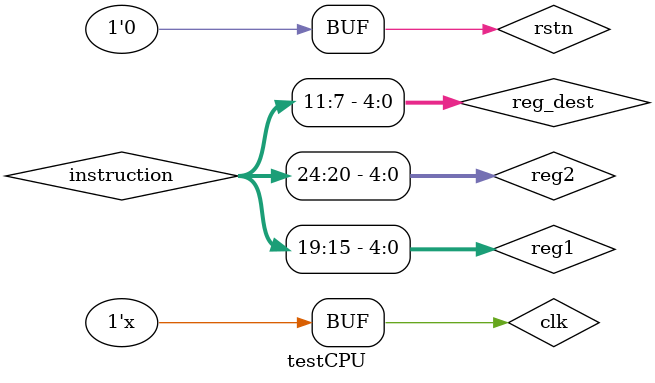
<source format=v>
`timescale 1ps/1ps
module testCPU();
/*
40 instructions supported SingleCycleCpu accomplished
time-date:9:42 24th May 2021
Coder:GuessWhoIam
*/


wire [31:0]now_pc;
wire [31:0] instruction;
wire [31:0]next_pc;
wire MemtoReg,RegWrite;
wire [2:0]MemRead;
wire [1:0]MemWrite;
wire [4:0] Aluop;
wire jalr;
wire Alusrc1,Alusrc2;
wire Add4;
reg clk,rstn;
wire[31:0]imm;
wire Branch;

wire [4:0]reg1=instruction[19:15];
wire[4:0]reg2=instruction[24:20];
wire[4:0]reg_dest=instruction[11:7];
wire[31:0] dataToWrite;
wire [31:0]outData1;
wire [31:0]outData2;//from register

wire [31:0] src1;
wire [31:0] src2;
//wire [3:0] operation;
wire [31:0]result;
wire zero;
wire [6:0]Func7=instruction[31:25];
wire [2:0]Func3=instruction[14:12];
wire [31:0] readOutData;//from memory
initial begin

    clk=1;
    rstn=0;
    //rstn=1'b1;  
end

always #30 clk=~clk;

pc_adder testpc_adder(
.now_pc(now_pc),
.imm(imm),
.readData1(outData1),
.Branch(Branch),
.zero(zero),
.jalr(jalr),
.next_pc(next_pc)
);

Instruction_Mem inst_mem(
    
    .pc(now_pc),
    .instruction(instruction)
);

PC testPC(
    .clk(clk),
    .rstn(rstn),
    .next_pc(next_pc),
    .now_pc(now_pc)
);

control  testcontrol(
.opcode(instruction[6:0]),
.func7(instruction[31:25]),
.func3(instruction[14:12]),
.Alusrc1(Alusrc1),
.Alusrc2(Alusrc2),
.MemtoReg(MemtoReg),
.RegWrite(RegWrite),
.MemRead(MemRead),
.MemWrite(MemWrite),
.Branch(Branch),
.Add4(Add4),
.jalr(jalr),
.Aluop(Aluop)
);

Imm_Generator testimm_gen(
.instruction(instruction),
.imm_out(imm)
);

Registers testReg(
.clk(clk),
.RegWrite(RegWrite),
.reg1(reg1),
.reg2(reg2),
.reg_dest(reg_dest),
.dataToWrite(dataToWrite),
.outData1(outData1),
.outData2(outData2)
);
muxRegtoAlu test_mux_reg_alu(
.Alusrc1(Alusrc1),
.Alusrc2(Alusrc2),
.readData1(outData1),
.PC(now_pc),
.readData2(outData2),
.immediate(imm),
.adder1(src1),
.adder2(src2)

);

alu testAlu(
.src1(src1),
.src2(src2),
.operation(Aluop),
.result(result),
.zero(zero)
);

DataMemory testMem(
.clk(clk),
.MemRead(MemRead),
.MemWrite(MemWrite),
.Address(result),
.dataToMem(outData2),
.data(readOutData)
);

muxMemtoReg test_mux_mem_reg(
.MemtoReg(MemtoReg),
.Aluresult(result),
.Memdata(readOutData),
.dataToReg(dataToWrite)
);
endmodule //testAlu

</source>
